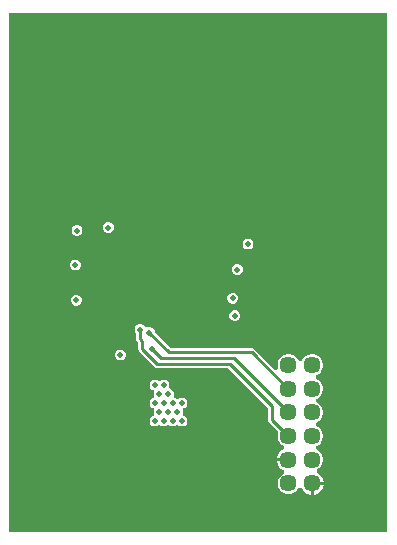
<source format=gbl>
G04*
G04 #@! TF.GenerationSoftware,Altium Limited,Altium Designer,24.10.1 (45)*
G04*
G04 Layer_Physical_Order=4*
G04 Layer_Color=16711680*
%FSLAX44Y44*%
%MOMM*%
G71*
G04*
G04 #@! TF.SameCoordinates,45D0177C-C306-47A8-9F7C-5F692266BDBD*
G04*
G04*
G04 #@! TF.FilePolarity,Positive*
G04*
G01*
G75*
%ADD14C,0.2540*%
%ADD61C,1.4478*%
%ADD62C,0.5080*%
G36*
X193040Y-210820D02*
X-127000D01*
Y228600D01*
X193040D01*
Y-210820D01*
D02*
G37*
%LPC*%
G36*
X-42277Y51530D02*
X-44083D01*
X-45752Y50839D01*
X-47029Y49562D01*
X-47720Y47893D01*
Y46087D01*
X-47029Y44418D01*
X-45752Y43141D01*
X-44083Y42450D01*
X-42277D01*
X-40608Y43141D01*
X-39331Y44418D01*
X-38640Y46087D01*
Y47893D01*
X-39331Y49562D01*
X-40608Y50839D01*
X-42277Y51530D01*
D02*
G37*
G36*
X-68947Y48990D02*
X-70753D01*
X-72422Y48299D01*
X-73699Y47022D01*
X-74390Y45353D01*
Y43547D01*
X-73699Y41878D01*
X-72422Y40601D01*
X-70753Y39910D01*
X-68947D01*
X-67278Y40601D01*
X-66001Y41878D01*
X-65310Y43547D01*
Y45353D01*
X-66001Y47022D01*
X-67278Y48299D01*
X-68947Y48990D01*
D02*
G37*
G36*
X75833Y37560D02*
X74027D01*
X72358Y36869D01*
X71081Y35592D01*
X70390Y33923D01*
Y32117D01*
X71081Y30448D01*
X72358Y29171D01*
X74027Y28480D01*
X75833D01*
X77502Y29171D01*
X78779Y30448D01*
X79470Y32117D01*
Y33923D01*
X78779Y35592D01*
X77502Y36869D01*
X75833Y37560D01*
D02*
G37*
G36*
X-70217Y19780D02*
X-72023D01*
X-73692Y19089D01*
X-74969Y17812D01*
X-75660Y16143D01*
Y14337D01*
X-74969Y12668D01*
X-73692Y11391D01*
X-72023Y10700D01*
X-70217D01*
X-68548Y11391D01*
X-67271Y12668D01*
X-66580Y14337D01*
Y16143D01*
X-67271Y17812D01*
X-68548Y19089D01*
X-70217Y19780D01*
D02*
G37*
G36*
X66943Y15970D02*
X65137D01*
X63468Y15279D01*
X62191Y14002D01*
X61500Y12333D01*
Y10527D01*
X62191Y8858D01*
X63468Y7581D01*
X65137Y6890D01*
X66943D01*
X68612Y7581D01*
X69889Y8858D01*
X70580Y10527D01*
Y12333D01*
X69889Y14002D01*
X68612Y15279D01*
X66943Y15970D01*
D02*
G37*
G36*
X63011Y-8419D02*
X61205D01*
X59537Y-9110D01*
X58260Y-10387D01*
X57568Y-12055D01*
Y-13862D01*
X58260Y-15530D01*
X59537Y-16807D01*
X61205Y-17499D01*
X63011D01*
X64680Y-16807D01*
X65957Y-15530D01*
X66648Y-13862D01*
Y-12055D01*
X65957Y-10387D01*
X64680Y-9110D01*
X63011Y-8419D01*
D02*
G37*
G36*
X-69455Y-10192D02*
X-71261D01*
X-72930Y-10883D01*
X-74207Y-12160D01*
X-74898Y-13829D01*
Y-15635D01*
X-74207Y-17304D01*
X-72930Y-18581D01*
X-71261Y-19272D01*
X-69455D01*
X-67786Y-18581D01*
X-66509Y-17304D01*
X-65818Y-15635D01*
Y-13829D01*
X-66509Y-12160D01*
X-67786Y-10883D01*
X-69455Y-10192D01*
D02*
G37*
G36*
X64602Y-23032D02*
X62796D01*
X61127Y-23723D01*
X59850Y-25001D01*
X59159Y-26669D01*
Y-28475D01*
X59850Y-30144D01*
X61127Y-31421D01*
X62796Y-32112D01*
X64602D01*
X66271Y-31421D01*
X67548Y-30144D01*
X68239Y-28475D01*
Y-26669D01*
X67548Y-25001D01*
X66271Y-23723D01*
X64602Y-23032D01*
D02*
G37*
G36*
X-32117Y-56420D02*
X-33923D01*
X-35592Y-57111D01*
X-36869Y-58388D01*
X-37560Y-60057D01*
Y-61863D01*
X-36869Y-63532D01*
X-35592Y-64809D01*
X-33923Y-65500D01*
X-32117D01*
X-30448Y-64809D01*
X-29171Y-63532D01*
X-28480Y-61863D01*
Y-60057D01*
X-29171Y-58388D01*
X-30448Y-57111D01*
X-32117Y-56420D01*
D02*
G37*
G36*
X4713Y-81820D02*
X2907D01*
X1238Y-82511D01*
X0Y-83750D01*
X-1238Y-82511D01*
X-2907Y-81820D01*
X-4713D01*
X-6382Y-82511D01*
X-7659Y-83788D01*
X-8350Y-85457D01*
Y-87263D01*
X-7659Y-88932D01*
X-6382Y-90209D01*
X-5964Y-90382D01*
X-4706Y-90992D01*
X-4540Y-93077D01*
Y-94883D01*
X-4706Y-96967D01*
X-5964Y-97578D01*
X-6382Y-97751D01*
X-7659Y-99028D01*
X-8350Y-100697D01*
Y-102503D01*
X-7659Y-104172D01*
X-6382Y-105449D01*
X-5964Y-105622D01*
X-4706Y-106233D01*
X-4540Y-108317D01*
Y-110123D01*
X-4706Y-112207D01*
X-5964Y-112818D01*
X-6382Y-112991D01*
X-7659Y-114268D01*
X-8350Y-115937D01*
Y-117743D01*
X-7659Y-119412D01*
X-6382Y-120689D01*
X-4713Y-121380D01*
X-2907D01*
X-1238Y-120689D01*
X0Y-119451D01*
X1238Y-120689D01*
X2907Y-121380D01*
X4713D01*
X6382Y-120689D01*
X7620Y-119451D01*
X8858Y-120689D01*
X10527Y-121380D01*
X12333D01*
X14002Y-120689D01*
X15240Y-119451D01*
X16478Y-120689D01*
X18147Y-121380D01*
X19953D01*
X21622Y-120689D01*
X22899Y-119412D01*
X23590Y-117743D01*
Y-115937D01*
X22899Y-114268D01*
X21622Y-112991D01*
X21204Y-112818D01*
X19946Y-112207D01*
X19780Y-110123D01*
Y-108317D01*
X19946Y-106233D01*
X21204Y-105622D01*
X21622Y-105449D01*
X22899Y-104172D01*
X23590Y-102503D01*
Y-100697D01*
X22899Y-99028D01*
X21622Y-97751D01*
X19953Y-97060D01*
X18147D01*
X16478Y-97751D01*
X15240Y-98989D01*
X14002Y-97751D01*
X13584Y-97578D01*
X12326Y-96967D01*
X12160Y-94883D01*
Y-93077D01*
X11469Y-91408D01*
X10192Y-90131D01*
X9774Y-89958D01*
X8516Y-89347D01*
X8350Y-87263D01*
Y-85457D01*
X7659Y-83788D01*
X6382Y-82511D01*
X4713Y-81820D01*
D02*
G37*
G36*
X138999Y-170810D02*
X130490D01*
Y-179319D01*
X130507D01*
X132995Y-178653D01*
X135224Y-177365D01*
X137045Y-175544D01*
X138333Y-173314D01*
X138999Y-170827D01*
Y-170810D01*
D02*
G37*
G36*
X-15607Y-34830D02*
X-17413D01*
X-19082Y-35521D01*
X-20359Y-36798D01*
X-21050Y-38467D01*
Y-40273D01*
X-20359Y-41942D01*
X-19844Y-42456D01*
Y-46997D01*
X-19590Y-48273D01*
X-18867Y-49355D01*
X-17844Y-50378D01*
Y-55937D01*
X-17590Y-57213D01*
X-16868Y-58294D01*
X-4224Y-70938D01*
X-3142Y-71660D01*
X-1867Y-71914D01*
X58309D01*
X91916Y-105521D01*
Y-115570D01*
X92170Y-116846D01*
X92893Y-117928D01*
X100731Y-125766D01*
X100611Y-125974D01*
X99981Y-128324D01*
Y-130756D01*
X100611Y-133106D01*
X101827Y-135213D01*
X103547Y-136933D01*
X105172Y-137871D01*
X105347Y-139511D01*
X105096Y-140629D01*
X103216Y-141715D01*
X101395Y-143536D01*
X100107Y-145765D01*
X99441Y-148253D01*
Y-148270D01*
X109220D01*
Y-150810D01*
X99441D01*
Y-150827D01*
X100107Y-153315D01*
X101395Y-155544D01*
X103216Y-157365D01*
X105096Y-158451D01*
X105347Y-159569D01*
X105172Y-161209D01*
X103547Y-162147D01*
X101827Y-163867D01*
X100611Y-165974D01*
X99981Y-168324D01*
Y-170756D01*
X100611Y-173106D01*
X101827Y-175213D01*
X103547Y-176933D01*
X105654Y-178149D01*
X108004Y-178779D01*
X110436D01*
X112786Y-178149D01*
X114893Y-176933D01*
X116613Y-175213D01*
X117551Y-173588D01*
X119191Y-173413D01*
X120309Y-173664D01*
X121395Y-175544D01*
X123216Y-177365D01*
X125445Y-178653D01*
X127933Y-179319D01*
X127950D01*
Y-169540D01*
X129220D01*
Y-168270D01*
X138999D01*
Y-168253D01*
X138333Y-165765D01*
X137045Y-163536D01*
X135224Y-161715D01*
X133344Y-160629D01*
X133093Y-159511D01*
X133268Y-157871D01*
X134893Y-156933D01*
X136613Y-155213D01*
X137829Y-153106D01*
X138459Y-150756D01*
Y-148324D01*
X137829Y-145974D01*
X136613Y-143867D01*
X134893Y-142147D01*
X132786Y-140931D01*
X132503Y-140855D01*
Y-138225D01*
X132786Y-138149D01*
X134893Y-136933D01*
X136613Y-135213D01*
X137829Y-133106D01*
X138459Y-130756D01*
Y-128324D01*
X137829Y-125974D01*
X136613Y-123867D01*
X134893Y-122147D01*
X132786Y-120931D01*
X132503Y-120855D01*
Y-118225D01*
X132786Y-118149D01*
X134893Y-116933D01*
X136613Y-115213D01*
X137829Y-113106D01*
X138459Y-110756D01*
Y-108324D01*
X137829Y-105974D01*
X136613Y-103867D01*
X134893Y-102147D01*
X132786Y-100931D01*
X132503Y-100855D01*
Y-98225D01*
X132786Y-98149D01*
X134893Y-96933D01*
X136613Y-95213D01*
X137829Y-93106D01*
X138459Y-90756D01*
Y-88324D01*
X137829Y-85974D01*
X136613Y-83867D01*
X134893Y-82147D01*
X132786Y-80931D01*
X132503Y-80855D01*
Y-78225D01*
X132786Y-78149D01*
X134893Y-76933D01*
X136613Y-75213D01*
X137829Y-73106D01*
X138459Y-70756D01*
Y-68324D01*
X137829Y-65974D01*
X136613Y-63867D01*
X134893Y-62147D01*
X132786Y-60931D01*
X130436Y-60301D01*
X128004D01*
X125654Y-60931D01*
X123547Y-62147D01*
X121827Y-63867D01*
X120611Y-65974D01*
X120535Y-66257D01*
X117905D01*
X117829Y-65974D01*
X116613Y-63867D01*
X114893Y-62147D01*
X112786Y-60931D01*
X110436Y-60301D01*
X108004D01*
X105654Y-60931D01*
X103547Y-62147D01*
X101827Y-63867D01*
X100611Y-65974D01*
X99981Y-68324D01*
Y-70756D01*
X100434Y-72447D01*
X98157Y-73762D01*
X80457Y-56062D01*
X79376Y-55340D01*
X78100Y-55086D01*
X9191D01*
X-4160Y-41735D01*
Y-41007D01*
X-4851Y-39338D01*
X-6128Y-38061D01*
X-7797Y-37370D01*
X-9603D01*
X-11272Y-38061D01*
X-12661Y-36798D01*
X-13938Y-35521D01*
X-15607Y-34830D01*
D02*
G37*
%LPD*%
D14*
X-1867Y-68580D02*
X59690D01*
X95250Y-104140D01*
Y-115570D02*
Y-104140D01*
Y-115570D02*
X109220Y-129540D01*
X-16510Y-46997D02*
Y-39370D01*
Y-46997D02*
X-14510Y-48997D01*
Y-55937D02*
Y-48997D01*
Y-55937D02*
X-1867Y-68580D01*
X-6350Y-55880D02*
X1270Y-63500D01*
X63180D01*
X7810Y-58420D02*
X78100D01*
X-8700Y-41910D02*
X7810Y-58420D01*
X63180Y-63500D02*
X109220Y-109540D01*
X78100Y-58420D02*
X109220Y-89540D01*
D61*
X129220Y-169540D02*
D03*
X109220D02*
D03*
X129220Y-149540D02*
D03*
X109220D02*
D03*
X129220Y-129540D02*
D03*
X109220D02*
D03*
X129220Y-109540D02*
D03*
X109220D02*
D03*
X129220Y-89540D02*
D03*
X109220D02*
D03*
X129220Y-69540D02*
D03*
X109220D02*
D03*
D62*
X-11191Y10817D02*
D03*
X-3317D02*
D03*
X4557D02*
D03*
X12431D02*
D03*
X-11191Y2943D02*
D03*
X-3317D02*
D03*
X4557D02*
D03*
X12431D02*
D03*
X-11191Y-4931D02*
D03*
X-3317D02*
D03*
X4557D02*
D03*
X12431D02*
D03*
X-11191Y-12805D02*
D03*
X-3317D02*
D03*
X4557D02*
D03*
X12431D02*
D03*
X179070Y213360D02*
D03*
Y200660D02*
D03*
Y187960D02*
D03*
Y175260D02*
D03*
Y162560D02*
D03*
Y149860D02*
D03*
Y137160D02*
D03*
Y124460D02*
D03*
Y111760D02*
D03*
Y99060D02*
D03*
Y86360D02*
D03*
Y73660D02*
D03*
Y60960D02*
D03*
Y48260D02*
D03*
Y35560D02*
D03*
Y22860D02*
D03*
Y10160D02*
D03*
Y-2540D02*
D03*
Y-15240D02*
D03*
Y-27940D02*
D03*
Y-40640D02*
D03*
Y-53340D02*
D03*
Y-66040D02*
D03*
Y-78740D02*
D03*
Y-91440D02*
D03*
Y-104140D02*
D03*
Y-116840D02*
D03*
Y-129540D02*
D03*
Y-142240D02*
D03*
Y-154940D02*
D03*
Y-167640D02*
D03*
Y-180340D02*
D03*
Y-193040D02*
D03*
X166370Y213360D02*
D03*
Y200660D02*
D03*
Y187960D02*
D03*
Y175260D02*
D03*
Y162560D02*
D03*
Y149860D02*
D03*
Y137160D02*
D03*
Y124460D02*
D03*
Y111760D02*
D03*
Y99060D02*
D03*
Y86360D02*
D03*
Y73660D02*
D03*
Y60960D02*
D03*
Y48260D02*
D03*
Y35560D02*
D03*
Y22860D02*
D03*
Y10160D02*
D03*
Y-2540D02*
D03*
Y-15240D02*
D03*
Y-27940D02*
D03*
Y-40640D02*
D03*
Y-53340D02*
D03*
Y-66040D02*
D03*
Y-78740D02*
D03*
Y-91440D02*
D03*
Y-104140D02*
D03*
Y-116840D02*
D03*
Y-129540D02*
D03*
Y-142240D02*
D03*
Y-154940D02*
D03*
Y-167640D02*
D03*
Y-180340D02*
D03*
Y-193040D02*
D03*
X153670Y213360D02*
D03*
Y200660D02*
D03*
Y187960D02*
D03*
Y175260D02*
D03*
Y162560D02*
D03*
Y149860D02*
D03*
Y137160D02*
D03*
Y124460D02*
D03*
Y111760D02*
D03*
Y99060D02*
D03*
Y86360D02*
D03*
Y73660D02*
D03*
Y60960D02*
D03*
Y48260D02*
D03*
Y35560D02*
D03*
Y22860D02*
D03*
Y10160D02*
D03*
Y-2540D02*
D03*
Y-15240D02*
D03*
Y-27940D02*
D03*
Y-40640D02*
D03*
Y-142240D02*
D03*
Y-154940D02*
D03*
Y-167640D02*
D03*
Y-180340D02*
D03*
Y-193040D02*
D03*
X140970Y213360D02*
D03*
Y200660D02*
D03*
Y187960D02*
D03*
Y175260D02*
D03*
Y162560D02*
D03*
Y149860D02*
D03*
Y137160D02*
D03*
Y124460D02*
D03*
Y111760D02*
D03*
Y99060D02*
D03*
Y86360D02*
D03*
Y73660D02*
D03*
Y60960D02*
D03*
Y48260D02*
D03*
Y35560D02*
D03*
Y22860D02*
D03*
Y10160D02*
D03*
Y-2540D02*
D03*
Y-15240D02*
D03*
Y-27940D02*
D03*
Y-193040D02*
D03*
X128270Y213360D02*
D03*
Y200660D02*
D03*
Y187960D02*
D03*
Y175260D02*
D03*
Y162560D02*
D03*
Y149860D02*
D03*
Y137160D02*
D03*
Y124460D02*
D03*
Y111760D02*
D03*
Y99060D02*
D03*
Y86360D02*
D03*
Y73660D02*
D03*
Y60960D02*
D03*
Y48260D02*
D03*
Y35560D02*
D03*
Y22860D02*
D03*
Y10160D02*
D03*
Y-2540D02*
D03*
Y-15240D02*
D03*
Y-193040D02*
D03*
X115570Y213360D02*
D03*
Y200660D02*
D03*
Y187960D02*
D03*
Y175260D02*
D03*
Y162560D02*
D03*
Y149860D02*
D03*
Y137160D02*
D03*
Y124460D02*
D03*
Y111760D02*
D03*
Y99060D02*
D03*
Y86360D02*
D03*
Y73660D02*
D03*
Y60960D02*
D03*
Y-193040D02*
D03*
X102870Y213360D02*
D03*
Y200660D02*
D03*
Y187960D02*
D03*
Y175260D02*
D03*
Y162560D02*
D03*
Y149860D02*
D03*
Y137160D02*
D03*
Y124460D02*
D03*
Y99060D02*
D03*
Y86360D02*
D03*
Y73660D02*
D03*
Y-193040D02*
D03*
X90170Y213360D02*
D03*
Y200660D02*
D03*
Y187960D02*
D03*
Y175260D02*
D03*
Y162560D02*
D03*
Y149860D02*
D03*
Y137160D02*
D03*
Y86360D02*
D03*
Y73660D02*
D03*
Y-142240D02*
D03*
Y-180340D02*
D03*
Y-193040D02*
D03*
X77470Y213360D02*
D03*
Y200660D02*
D03*
Y187960D02*
D03*
Y175260D02*
D03*
Y162560D02*
D03*
Y149860D02*
D03*
Y-142240D02*
D03*
Y-180340D02*
D03*
Y-193040D02*
D03*
X64770Y213360D02*
D03*
Y200660D02*
D03*
Y187960D02*
D03*
Y175260D02*
D03*
Y162560D02*
D03*
Y-142240D02*
D03*
Y-180340D02*
D03*
Y-193040D02*
D03*
X52070Y213360D02*
D03*
Y200660D02*
D03*
Y187960D02*
D03*
Y175260D02*
D03*
Y124460D02*
D03*
Y111760D02*
D03*
Y-142240D02*
D03*
Y-180340D02*
D03*
Y-193040D02*
D03*
X39370Y213360D02*
D03*
Y200660D02*
D03*
Y187960D02*
D03*
Y137160D02*
D03*
Y124460D02*
D03*
Y111760D02*
D03*
Y73660D02*
D03*
Y-180340D02*
D03*
Y-193040D02*
D03*
X26670Y213360D02*
D03*
Y200660D02*
D03*
Y149860D02*
D03*
Y137160D02*
D03*
Y124460D02*
D03*
Y111760D02*
D03*
Y-180340D02*
D03*
Y-193040D02*
D03*
X13970Y124460D02*
D03*
Y111760D02*
D03*
Y99060D02*
D03*
Y-180340D02*
D03*
Y-193040D02*
D03*
X1270Y124460D02*
D03*
Y111760D02*
D03*
Y99060D02*
D03*
Y-167640D02*
D03*
Y-180340D02*
D03*
Y-193040D02*
D03*
X-11430Y124460D02*
D03*
Y111760D02*
D03*
Y99060D02*
D03*
Y-142240D02*
D03*
Y-154940D02*
D03*
Y-167640D02*
D03*
Y-180340D02*
D03*
Y-193040D02*
D03*
X-24130Y124460D02*
D03*
Y111760D02*
D03*
Y99060D02*
D03*
Y-142240D02*
D03*
Y-154940D02*
D03*
Y-167640D02*
D03*
Y-180340D02*
D03*
Y-193040D02*
D03*
X-36830Y124460D02*
D03*
Y111760D02*
D03*
Y99060D02*
D03*
Y-142240D02*
D03*
Y-154940D02*
D03*
Y-167640D02*
D03*
Y-180340D02*
D03*
Y-193040D02*
D03*
X-49530Y124460D02*
D03*
Y111760D02*
D03*
Y99060D02*
D03*
Y86360D02*
D03*
Y-142240D02*
D03*
Y-154940D02*
D03*
Y-167640D02*
D03*
Y-180340D02*
D03*
Y-193040D02*
D03*
X-62230Y124460D02*
D03*
Y111760D02*
D03*
Y99060D02*
D03*
Y86360D02*
D03*
Y73660D02*
D03*
Y60960D02*
D03*
Y-142240D02*
D03*
Y-154940D02*
D03*
Y-167640D02*
D03*
Y-180340D02*
D03*
Y-193040D02*
D03*
X-74930Y124460D02*
D03*
Y111760D02*
D03*
Y99060D02*
D03*
Y86360D02*
D03*
Y73660D02*
D03*
Y60960D02*
D03*
Y-142240D02*
D03*
Y-154940D02*
D03*
Y-167640D02*
D03*
Y-180340D02*
D03*
Y-193040D02*
D03*
X-87630Y213360D02*
D03*
Y200660D02*
D03*
Y187960D02*
D03*
Y175260D02*
D03*
Y162560D02*
D03*
Y149860D02*
D03*
Y137160D02*
D03*
Y124460D02*
D03*
Y111760D02*
D03*
Y99060D02*
D03*
Y86360D02*
D03*
Y73660D02*
D03*
Y60960D02*
D03*
Y-142240D02*
D03*
Y-154940D02*
D03*
Y-167640D02*
D03*
Y-180340D02*
D03*
Y-193040D02*
D03*
X-100330Y213360D02*
D03*
Y200660D02*
D03*
Y187960D02*
D03*
Y175260D02*
D03*
Y162560D02*
D03*
Y149860D02*
D03*
Y137160D02*
D03*
Y124460D02*
D03*
Y111760D02*
D03*
Y99060D02*
D03*
Y86360D02*
D03*
Y73660D02*
D03*
Y60960D02*
D03*
Y48260D02*
D03*
Y35560D02*
D03*
Y22860D02*
D03*
Y10160D02*
D03*
Y-2540D02*
D03*
Y-15240D02*
D03*
Y-27940D02*
D03*
Y-40640D02*
D03*
Y-53340D02*
D03*
Y-66040D02*
D03*
Y-78740D02*
D03*
Y-91440D02*
D03*
Y-104140D02*
D03*
Y-116840D02*
D03*
Y-129540D02*
D03*
Y-142240D02*
D03*
Y-154940D02*
D03*
Y-167640D02*
D03*
Y-180340D02*
D03*
Y-193040D02*
D03*
X-113030Y213360D02*
D03*
Y200660D02*
D03*
Y187960D02*
D03*
Y175260D02*
D03*
Y162560D02*
D03*
Y149860D02*
D03*
Y137160D02*
D03*
Y124460D02*
D03*
Y111760D02*
D03*
Y99060D02*
D03*
Y86360D02*
D03*
Y73660D02*
D03*
Y60960D02*
D03*
Y48260D02*
D03*
Y35560D02*
D03*
Y22860D02*
D03*
Y10160D02*
D03*
Y-2540D02*
D03*
Y-15240D02*
D03*
Y-27940D02*
D03*
Y-40640D02*
D03*
Y-53340D02*
D03*
Y-66040D02*
D03*
Y-78740D02*
D03*
Y-91440D02*
D03*
Y-104140D02*
D03*
Y-116840D02*
D03*
Y-129540D02*
D03*
Y-142240D02*
D03*
Y-154940D02*
D03*
Y-167640D02*
D03*
Y-180340D02*
D03*
Y-193040D02*
D03*
X31496Y82296D02*
D03*
X62108Y-12959D02*
D03*
X-29210Y-25400D02*
D03*
X-43180Y46990D02*
D03*
X-20320Y-55880D02*
D03*
X-8700Y-41910D02*
D03*
X30480Y-74390D02*
D03*
X63699Y-27572D02*
D03*
X-6350Y-55880D02*
D03*
X-16510Y-39370D02*
D03*
X3810Y-116840D02*
D03*
X-3810D02*
D03*
X73660Y-20320D02*
D03*
X74930Y-6350D02*
D03*
X31750Y-97790D02*
D03*
X-26670Y-66040D02*
D03*
X-60960Y-97790D02*
D03*
X-69850Y-87630D02*
D03*
X-83820Y-68580D02*
D03*
X-92710Y-58420D02*
D03*
X102870Y111760D02*
D03*
X-50800Y66040D02*
D03*
X-41910Y73660D02*
D03*
X25400Y-144780D02*
D03*
X-11430Y88900D02*
D03*
X-25400D02*
D03*
X-73660Y-34290D02*
D03*
X-82550Y-25400D02*
D03*
X-73660Y-3810D02*
D03*
Y5080D02*
D03*
X-72390Y25400D02*
D03*
Y35560D02*
D03*
X45720Y20320D02*
D03*
X107950Y54610D02*
D03*
X109220Y41910D02*
D03*
X99060Y31750D02*
D03*
X54610Y26670D02*
D03*
X74930Y2540D02*
D03*
Y33020D02*
D03*
X-71120Y15240D02*
D03*
X-53340Y-40640D02*
D03*
X66040Y11430D02*
D03*
X-70358Y-14732D02*
D03*
X19050Y-101600D02*
D03*
Y-116840D02*
D03*
X11430Y-101600D02*
D03*
X15240Y-109220D02*
D03*
X11430Y-116840D02*
D03*
X3810Y-86360D02*
D03*
X7620Y-93980D02*
D03*
X3810Y-101600D02*
D03*
X7620Y-109220D02*
D03*
X-3810Y-86360D02*
D03*
X0Y-93980D02*
D03*
X-3810Y-101600D02*
D03*
X0Y-109220D02*
D03*
X-69850Y44450D02*
D03*
X-33020Y-60960D02*
D03*
M02*

</source>
